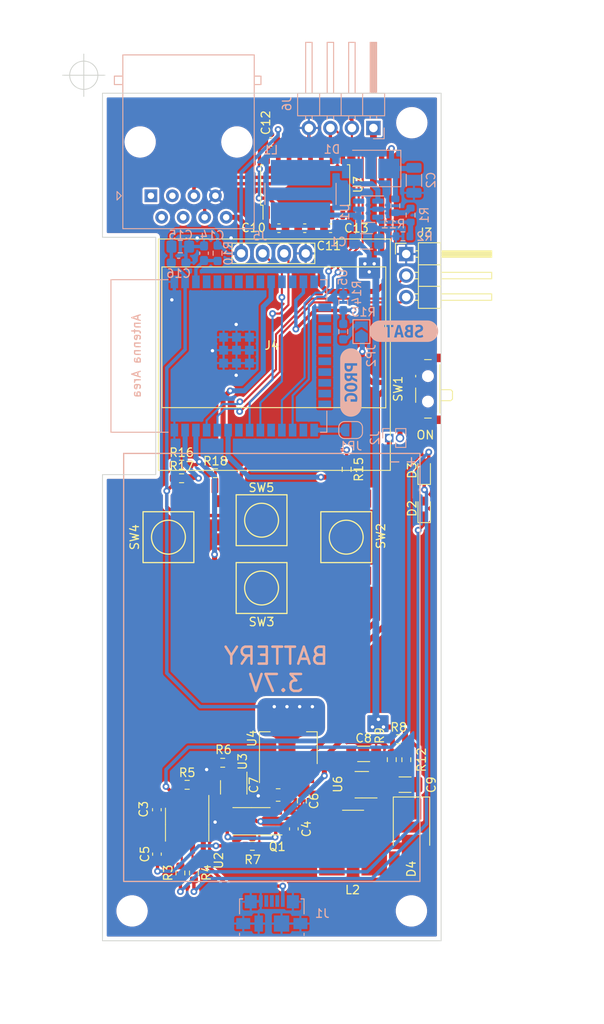
<source format=kicad_pcb>
(kicad_pcb (version 20211014) (generator pcbnew)
  (layers (0 "F.Cu" signal) (31 "B.Cu" signal) (34 "B.Paste" user) (35 "F.Paste" user) (36 "B.SilkS" user "B.Silkscreen") (37 "F.SilkS" user "F.Silkscreen") (38 "B.Mask" user) (39 "F.Mask" user) (44 "Edge.Cuts" user))
  (net 0 "")
  (net 1 "/charger/STEP-UP2/VIN")
  (net 2 "GND")
  (net 3 "Net-(D1-Pad2)")
  (net 4 "Net-(R1-Pad2)")
  (net 5 "/charger/VBUS")
  (net 7 "/ESP32/SCL")
  (net 8 "/ESP32/SDA")
  (net 9 "Net-(C4-Pad1)")
  (net 10 "Net-(U5-Pad13)")
  (net 11 "Net-(U5-Pad33)")
  (net 16 "/batt_status")
  (net 33 "/ESP32/UART_RX_2")
  (net 34 "/ESP32/UART_TX_2")
  (net 37 "Net-(JP1-Pad2)")
  (net 41 "+3V3")
  (net 42 "/charger/BAT+")
  (net 43 "/RS232/RS232_TX")
  (net 44 "/RS232/RS323_RX")
  (net 45 "+12V")
  (net 46 "+5V")
  (net 50 "Net-(C10-Pad1)")
  (net 51 "Net-(C11-Pad1)")
  (net 52 "Net-(C12-Pad2)")
  (net 53 "Net-(C13-Pad2)")
  (net 54 "Net-(C10-Pad2)")
  (net 55 "Net-(C11-Pad2)")
  (net 56 "Net-(D2-Pad1)")
  (net 57 "/ESP32/UART_RX_0")
  (net 58 "/ESP32/UART_TX_0")
  (net 59 "Net-(R4-Pad1)")
  (net 60 "Net-(Q1-Pad1)")
  (net 61 "Net-(Q1-Pad4)")
  (net 67 "/charger/BAT-")
  (net 68 "Net-(D3-Pad1)")
  (net 69 "Net-(D4-Pad2)")
  (net 70 "Net-(Q1-Pad5)")
  (net 71 "Net-(R3-Pad1)")
  (net 72 "Net-(R5-Pad2)")
  (net 73 "Net-(R6-Pad1)")
  (net 74 "Net-(R8-Pad2)")
  (net 75 "Net-(U5-Pad36)")
  (net 76 "/ESP32/RST")
  (net 77 "Net-(R1-Pad1)")
  (net 78 "Net-(R12-Pad1)")
  (net 80 "Net-(U5-Pad37)")
  (net 81 "Net-(U5-Pad10)")
  (footprint "MountingHole:MountingHole_3.2mm_M3_DIN965" (layer "F.Cu") (at 129.49 155.48)
    (fp_text reference "H2" hide)
    (fp_text value "MountingHole")
  )
  (footprint "MSS_Devices:TL3301AF160QG" (layer "F.Cu") (at 144.79 109.38)
    (fp_text reference "SW5")
    (fp_text value "~")
  )
  (footprint "Resistor_SMD:R_0603_1608Metric_Pad0.98x0.95mm_HandSolder" (layer "F.Cu") (at 154.84 103.38 -90)
    (fp_text reference "R15")
    (fp_text value "10k")
  )
  (footprint "Package_TO_SOT_SMD:SOT-23-6" (layer "F.Cu") (at 141.5 140.9 -90)
    (fp_text reference "U3")
    (fp_text value "DW01A")
  )
  (footprint "Capacitor_SMD:C_0603_1608Metric" (layer "F.Cu") (at 145.89 64.73 180)
    (fp_text reference "C12")
    (fp_text value "~")
  )
  (footprint "Resistor_SMD:R_0603_1608Metric" (layer "F.Cu") (at 160.17 137.63 -90)
    (fp_text reference "R9")
    (fp_text value "6.2K")
  )
  (footprint "MSS_Devices:TL3301AF160QG" (layer "F.Cu") (at 144.79 117.38)
    (fp_text reference "SW3")
    (fp_text value "~")
  )
  (footprint "Package_TO_SOT_SMD:SOT-23-6" (layer "F.Cu") (at 156.63 140.59 180)
    (fp_text reference "U6")
    (fp_text value "SDB628")
  )
  (footprint "Capacitor_SMD:C_0603_1608Metric" (layer "F.Cu") (at 152.94 74.93 180)
    (fp_text reference "C13")
    (fp_text value "~")
  )
  (footprint "Capacitor_SMD:C_0603_1608Metric" (layer "F.Cu") (at 148.6 145.8 90)
    (fp_text reference "C4")
    (fp_text value "0.1uF")
  )
  (footprint "MSS_Devices:L_Bourns-SDE0805A_7x7.8mm" (layer "F.Cu") (at 155.6 147.8)
    (fp_text reference "L2")
    (fp_text value "22uH")
  )
  (footprint "Resistor_SMD:R_0603_1608Metric_Pad0.98x0.95mm_HandSolder" (layer "F.Cu") (at 135.34 102.83)
    (fp_text reference "R16")
    (fp_text value "10k")
  )
  (footprint "Package_SO:TSSOP-8_4.4x3mm_P0.65mm" (layer "F.Cu") (at 143.6 144.9 180)
    (fp_text reference "Q1")
    (fp_text value "FS8205A")
  )
  (footprint "Resistor_SMD:R_0603_1608Metric" (layer "F.Cu") (at 161.89 137.64 -90)
    (fp_text reference "R12")
    (fp_text value "2.2k")
  )
  (footprint "MountingHole:MountingHole_3.2mm_M3_DIN965" (layer "F.Cu") (at 162.54 62.48)
    (fp_text reference "H1" hide)
    (fp_text value "MountingHole")
  )
  (footprint "Resistor_SMD:R_0603_1608Metric_Pad0.98x0.95mm_HandSolder" (layer "F.Cu") (at 149.55 142.5 -90)
    (fp_text reference "C6")
    (fp_text value "0.1uF")
  )
  (footprint "MSS_Devices:128x64OLED" (layer "F.Cu") (at 146 88.5)
    (fp_text reference "J4")
    (fp_text value "SSD1306")
  )
  (footprint "LED_SMD:LED_0603_1608Metric_Pad1.05x0.95mm_HandSolder" (layer "F.Cu") (at 164 108 90)
    (fp_text reference "D2")
    (fp_text value "B")
  )
  (footprint "MSS_Devices:TL3301AF160QG" (layer "F.Cu") (at 154.79 111.38 -90)
    (fp_text reference "SW2")
    (fp_text value "~")
  )
  (footprint "Resistor_SMD:R_0805_2012Metric_Pad1.20x1.40mm_HandSolder" (layer "F.Cu") (at 146.75 141.8 180)
    (fp_text reference "C7")
    (fp_text value "10uF")
  )
  (footprint "Capacitor_SMD:C_0603_1608Metric" (layer "F.Cu") (at 132.42 143.54 -90)
    (fp_text reference "C3")
    (fp_text value "0.1uF")
  )
  (footprint "Diode_SMD:D_SMB" (layer "F.Cu") (at 162.5 145.59 -90)
    (fp_text reference "D4")
    (fp_text value "SS34")
  )
  (footprint "Capacitor_SMD:C_1206_3216Metric" (layer "F.Cu") (at 161.74 140.58 180)
    (fp_text reference "C9")
    (fp_text value "22uF")
  )
  (footprint "Button_Switch_SMD:SW_SPDT_PCM12" (layer "F.Cu") (at 164.115 93.88 90)
    (fp_text reference "SW1")
    (fp_text value "on/off")
  )
  (footprint "Package_SO:SOIC-16_4.55x10.3mm_P1.27mm" (layer "F.Cu") (at 149.94 69.83 90)
    (fp_text reference "U7")
    (fp_text value "MAX3232")
  )
  (footprint "Capacitor_SMD:C_0603_1608Metric" (layer "F.Cu") (at 132.43 148.78 90)
    (fp_text reference "C5")
    (fp_text value "10uF")
  )
  (footprint "Resistor_SMD:R_0603_1608Metric" (layer "F.Cu") (at 143.7 147.8 180)
    (fp_text reference "R7")
    (fp_text value "100")
  )
  (footprint "Resistor_SMD:R_0603_1608Metric" (layer "F.Cu") (at 135.2 151 -90)
    (fp_text reference "R3")
    (fp_text value "1k")
  )
  (footprint "Resistor_SMD:R_0603_1608Metric" (layer "F.Cu") (at 160.96 135.22 180)
    (fp_text reference "R8")
    (fp_text value "10K")
  )
  (footprint "Package_TO_SOT_SMD:SOT-223-3_TabPin2" (layer "F.Cu") (at 147.95 136.25 90)
    (fp_text reference "U4")
    (fp_text value "AP1117-33")
  )
  (footprint "Connector_PinHeader_2.54mm:PinHeader_1x03_P2.54mm_Horizontal" (layer "F.Cu") (at 161.875 77.975)
    (fp_text reference "J3")
    (fp_text value "Conn_01x03")
  )
  (footprint "Resistor_SMD:R_0603_1608Metric_Pad0.98x0.95mm_HandSolder" (layer "F.Cu") (at 135.34 104.43)
    (fp_text reference "R17")
    (fp_text value "10k")
  )
  (footprint "Resistor_SMD:R_0603_1608Metric" (layer "F.Cu") (at 140.2 138 180)
    (fp_text reference "R6")
    (fp_text value "1k")
  )
  (footprint "MountingHole:MountingHole_3.2mm_M3" (layer "F.Cu") (at 162.49 155.48)
    (fp_text reference "H3" hide)
    (fp_text value "MountingHole")
  )
  (footprint "Capacitor_SMD:C_0603_1608Metric" (layer "F.Cu") (at 146.84 74.93)
    (fp_text reference "C10")
    (fp_text value "C")
  )
  (footprint "Resistor_SMD:R_0603_1608Metric" (layer "F.Cu") (at 136.8 151 -90)
    (fp_text reference "R4")
    (fp_text value "1k")
  )
  (footprint "Resistor_SMD:R_0603_1608Metric_Pad0.98x0.95mm_HandSolder" (layer "F.Cu") (at 136 140.6)
    (fp_text reference "R5")
    (fp_text value "1.2k")
  )
  (footprint "MSS_Devices:TL3301AF160QG" (layer "F.Cu") (at 133.79 111.38 -90)
    (fp_text reference "SW4")
    (fp_text value "SW_Push")
  )
  (footprint "LED_SMD:LED_0603_1608Metric_Pad1.05x0.95mm_HandSolder" (layer "F.Cu") (at 164 103.5 90)
    (fp_text reference "D3")
    (fp_text value "R")
  )
  (footprint "Package_SO:SOP-8_3.9x4.9mm_P1.27mm" (layer "F.Cu") (at 136 145.3 -90)
    (fp_text reference "U2")
    (fp_text value "TP4056")
  )
  (footprint "Capacitor_SMD:C_1206_3216Metric" (layer "F.Cu") (at 156.85 136.95)
    (fp_text reference "C8")
    (fp_text value "22uF")
  )
  (footprint "Resistor_SMD:R_0603_1608Metric_Pad0.98x0.95mm_HandSolder" (layer "F.Cu") (at 139.34 103.83)
    (fp_text reference "R18")
    (fp_text value "10k")
  )
  (footprint "Capacitor_SMD:C_0603_1608Metric" (layer "F.Cu") (at 149.89 74.93)
    (fp_text reference "C11")
    (fp_text value "~")
  )
  (footprint "Capacitor_SMD:C_1206_3216Metric" (layer "B.Cu") (at 162.79 69.28 -90)
    (fp_text reference "C2")
    (fp_text value "22uF")
  )
  (footprint "Package_TO_SOT_SMD:SOT-23-6" (layer "B.Cu") (at 157.39 72.68 180)
    (fp_text reference "U1")
    (fp_text value "SDB628")
  )
  (footprint "Jumper:SolderJumper-2_P1.3mm_Open_TrianglePad1.0x1.5mm" (layer "B.Cu") (at 156.59 87.13 90)
    (fp_text reference "JP2")
    (fp_text value "Jumper_2_Open")
  )
  (footprint "kibuzzard-627F1822" (layer "B.Cu") (at 155.34 93.13 -90)
    (fp_text reference "kibuzzard-627F1822" hide)
    (fp_text value "G***" hide)
  )
  (footprint "Capacitor_SMD:C_0805_2012Metric_Pad1.18x1.45mm_HandSolder" (layer "B.Cu") (at 135.19 77.09)
    (fp_text reference "C15")
    (fp_text value "22uF")
  )
  (footprint "Capacitor_SMD:C_1206_3216Metric" (layer "B.Cu") (at 157.19 76.48)
    (fp_text reference "C1")
    (fp_text value "22uF")
  )
  (footprint "Connector_PinHeader_1.27mm:PinHeader_1x02_P1.27mm_Vertical" (layer "B.Cu") (at 159.87 99.68 -90)
    (fp_text reference "J2")
    (fp_text value "Conn_01x02")
  )
  (footprint "Resistor_SMD:R_0603_1608Metric_Pad0.98x0.95mm_HandSolder" (layer "B.Cu") (at 154.44 87.13 90)
    (fp_text reference "R13")
    (fp_text value "10k")
  )
  (footprint "Resistor_SMD:R_0603_1608Metric" (layer "B.Cu") (at 160.59 72.28 -90)
    (fp_text reference "R11")
    (fp_text value "20K")
  )
  (footprint "Connector_USB:USB_Micro-B_Molex_47346-0001" (layer "B.Cu") (at 146 155.77 180)
    (fp_text reference "J1")
    (fp_text value "USB_B_Micro")
  )
  (footprint "Resistor_SMD:R_0603_1608Metric_Pad0.98x0.95mm_HandSolder" (layer "B.Cu") (at 139.59 77.88 -90)
    (fp_text reference "R10")
    (fp_text value "10k")
  )
  (footprint "MSS_Devices:L_Bourns-SDE0805A_7x7.8mm" (layer "B.Cu") (at 149.39 70.88 90)
    (fp_text reference "L1")
    (fp_text value "22uH")
  )
  (footprint "Resistor_SMD:R_0603_1608Metric" (layer "B.Cu") (at 161.49 75.88 180)
    (fp_text reference "R2")
    (fp_text value "2.2k")
  )
  (footprint "Resistor_SMD:R_0603_1608Metric" (layer "B.Cu") (at 162.39 73.38 -90)
    (fp_text reference "R1")
    (fp_text value "22K")
  )
  (footprint "Capacitor_SMD:C_0603_1608Metric_Pad1.08x0.95mm_HandSolder" (layer "B.Cu") (at 137.99 77.88 90)
    (fp_text reference "C14")
    (fp_text value "100nF")
  )
  (footprint "Jumper:SolderJumper-2_P1.3mm_Open_RoundedPad1.0x1.5mm" (layer "B.Cu") (at 155.31 98.74 180)
    (fp_text reference "JP1")
    (fp_text value "Jumper_2_Open")
  )
  (footprint "Espressif:ESP32-WROOM-32E" (layer "B.Cu") (at 141.5 90 -90)
    (fp_text reference "U5")
    (fp_text value "ESP32-WROOM-E")
  )
  (footprint "MSS_Connector:RJ45_GEN_ZQP_Horizontal" (layer "B.Cu") (at 131.7175 71.1)
    (fp_text reference "J5")
    (fp_text value "RJ45")
  )
  (footprint "Capacitor_SMD:C_0603_1608Metric_Pad1.08x0.95mm_HandSolder" (layer "B.Cu") (at 134.99 78.98)
    (fp_text reference "C16")
    (fp_text value "100nF")
  )
  (footprint "kibuzzard-629C15DA" (layer "B.Cu") (at 161.59 87.08 180)
    (fp_text reference "kibuzzard-629C15DA" hide)
    (fp_text value "G***" hide)
  )
  (footprint "Connector_PinHeader_2.54mm:PinHeader_1x04_P2.54mm_Horizontal" (layer "B.Cu") (at 158 63.1 90)
    (fp_text reference "J6")
    (fp_text value "Conn_01x04")
  )
  (footprint "Diode_SMD:D_SMB" (layer "B.Cu") (at 157.69 67.88 180)
    (fp_text reference "D1")
    (fp_text value "SS34")
  )
  (footprint "Resistor_SMD:R_0603_1608Metric_Pad0.98x0.95mm_HandSolder" (layer "B.Cu") (at 154.44 83.68 90)
    (fp_text reference "R14")
    (fp_text value "10k")
  )
  (gr_line (start 161 102.5) (end 160 102.5) (layer "B.SilkS") (width 0.15))
  (gr_rect locked (start 128.5 101.5) (end 163.5 152) (layer "B.SilkS") (width 0.15) (fill none))
  (gr_line (start 162 102.5) (end 163 102.5) (layer "B.SilkS") (width 0.15))
  (gr_line (start 162.5 102) (end 162.5 103) (layer "B.SilkS") (width 0.15))
  (gr_line (start 166 59) (end 166 159) (layer "Edge.Cuts") (width 0.1))
  (gr_line (start 132.29 104) (end 132.29 76) (layer "Edge.Cuts") (width 0.1))
  (gr_line (start 126 104) (end 132.29 104) (layer "Edge.Cuts") (width 0.1))
  (gr_line (start 126 59) (end 166 59) (layer "Edge.Cuts") (width 0.1))
  (gr_line (start 126 76) (end 126 59) (layer "Edge.Cuts") (width 0.1))
  (gr_line (start 166 159) (end 126 159) (layer "Edge.Cuts") (width 0.1))
  (gr_line (start 132.29 76) (end 126 76) (layer "Edge.Cuts") (width 0.1))
  (gr_line (start 126 159) (end 126 104) (layer "Edge.Cuts") (width 0.1))
  (gr_text "BATTERY\n3.7V" (at 146.5 127) (layer "B.SilkS") (effects (font (size 2 2) (thickness 0.3)) (justify mirror)))
  (gr_text "ON" (at 164.14 99.33) (layer "F.SilkS") (effects (font (size 1 1))))
  (target plus (at 123.79 56.88) (size 5) (width 0.1) (layer "Edge.Cuts"))
  (segment (start 150.25 140.8875) (end 150.25 139.4) (width 0.4) (layer "F.Cu") (net 1))
  (segment (start 157.29 92.53) (end 156.69 91.93) (width 0.6) (layer "F.Cu") (net 1))
  (segment (start 155.4925 140.59) (end 155.4925 139.64) (width 0.6) (layer "F.Cu") (net 1))
  (segment (start 154.39 133.18) (end 154.39 125.18) (width 0.6) (layer "F.Cu") (net 1))
  (segment (start 142.875 147.8) (end 142.875 148.765) (width 0.6) (layer "F.Cu") (net 1))
  (segment (start 154.18 140.59) (end 155.4925 140.59) (width 0.6) (layer "F.Cu") (net 1))
  (segment (start 156.69 91.93) (end 156.69 89.48) (width 0.6) (layer "F.Cu") (net 1))
  (segment (start 154.39 125.18) (end 158.49 121.08) (width 0.6) (layer "F.Cu") (net 1))
  (segment (start 153.1 147.8) (end 153.1 141.67) (width 0.6) (layer "F.Cu") (net 1))
  (segment (start 157.89 93.13) (end 157.29 92.53) (width 0.6) (layer "F.Cu") (net 1))
  (segment (start 132.5 149.625) (end 132.43 149.555) (width 0.4) (layer "F.Cu") (net 1))
  (segment (start 132.5 150.8) (end 132.5 149.625) (width 0.4) (layer "F.Cu") (net 1))
  (segment (start 142.875 148.765) (end 143.24 149.13) (width 0.6) (layer "F.Cu") (net 1))
  (segment (start 139.4 147.8) (end 142.875 147.8) (width 0.4) (layer "F.Cu") (net 1))
  (segment (start 133.245 149.555) (end 132.43 149.555) (width 0.4) (layer "F.Cu") (net 1))
  (segment (start 151.1675 141.5875) (end 149.55 141.5875) (width 0.6) (layer "F.Cu") (net 1))
  (segment (start 158.49 94.78) (end 160.14 93.13) (width 0.6) (layer "F.Cu") (net 1))
  (segment (start 153.1 147.8) (end 153.1 143.52) (width 0.6) (layer "F.Cu") (net 1))
  (segment (start 160.14 93.13) (end 162.685 93.13) (width 0.6) (layer "F.Cu") (net 1))
  (segment (start 151.77 149.13) (end 153.1 147.8) (width 0.6) (layer "F.Cu") (net 1))
  (segment (start 143.24 149.13) (end 151.77 149.13) (width 0.6) (layer "F.Cu") (net 1))
  (segment (start 162.685 93.13) (end 157.89 93.13) (width 0.6) (layer "F.Cu") (net 1))
  (segment (start 134.095 148.705) (end 133.245 149.555) (width 0.4) (layer "F.Cu") (net 1))
  (segment (start 155.4925 139.64) (end 155.4925 137.0675) (width 0.6) (layer "F.Cu") (net 1))
  (segment (start 150.25 139.4) (end 150.25 137.32) (width 0.6) (layer "F.Cu") (net 1))
  (segment (start 149.55 141.5875) (end 150.25 140.8875) (width 0.4) (layer "F.Cu") (net 1))
  (segment (start 155.4925 137.0675) (end 155.375 136.95) (width 0.6) (layer "F.Cu") (net 1))
  (segment (start 158.49 121.08) (end 158.49 94.78) (width 0.6) (layer "F.Cu") (net 1))
  (segment (start 134.095 147.925) (end 134.095 148.705) (width 0.4) (layer "F.Cu") (net 1))
  (segment (start 150.25 137.32) (end 154.39 133.18) (width 0.6) (layer "F.Cu") (net 1))
  (segment (start 153.1 141.67) (end 153.93 140.84) (width 0.6) (layer "F.Cu") (net 1))
  (segment (start 153.93 140.84) (end 154.18 140.59) (width 0.6) (layer "F.Cu") (net 1))
  (segment (start 153.1 143.52) (end 151.1675 141.5875) (width 0.6) (layer "F.Cu") (net 1))
  (via (at 156.69 89.48) (size 0.8) (drill 0.4) (layers "F.Cu" "B.Cu") (net 1))
  (via (at 139.4 147.8) (size 0.8) (drill 0.4) (layers "F.Cu" "B.Cu") (net 1))
  (via (at 132.5 150.8) (size 0.8) (drill 0.4) (layers "F.Cu" "B.Cu") (net 1))
  (segment (start 134.37 150.8) (end 137.37 147.8) (width 0.4) (layer "B.Cu") (net 1))
  (segment (start 137.37 147.8) (end 139.4 147.8) (width 0.4) (layer "B.Cu") (net 1))
  (segment (start 132.5 150.8) (end 134.37 150.8) (width 0.4) (layer "B.Cu") (net 1))
  (segment (start 156.69 87.955) (end 156.59 87.855) (width 0.6) (layer "B.Cu") (net 1))
  (segment (start 156.69 89.48) (end 156.69 87.955) (width 0.6) (layer "B.Cu") (net 1))
  (segment (start 145.75 141.8) (end 144.5 141.8) (width 0.25) (layer "F.Cu") (net 2))
  (segment (start 138.9 143.67) (end 138.9 144.6) (width 0.25) (layer "F.Cu") (net 2))
  (segment (start 139.3 145) (end 139.525 145.225) (width 0.25) (layer "F.Cu") (net 2))
  (segment (start 149.48798 143.35048) (end 148.15048 143.35048) (width 0.25) (layer "F.Cu") (net 2))
  (segment (start 135.365 142.675) (end 135.365 140.8775) (width 0.25) (layer "F.Cu") (net 2))
  (segment (start 147.75 142.95) (end 146.4 142.95) (width 0.25) (layer "F.Cu") (net 2))
  (segment (start 139.3 144.7) (end 139.3 145) (width 0.25) (layer "F.Cu") (net 2))
  (segment (start 145.75 142.3) (end 145.75 141.8) (width 0.25) (layer "F.Cu") (net 2))
  (segment (start 150.38 64.34) (end 150.38 63.1) (width 0.4) (layer "F.Cu") (net 2))
  (segment (start 148.15048 143.35048) (end 147.75 142.95) (width 0.25) (layer "F.Cu") (net 2))
  (segment (start 145.65 141.7) (end 145.75 141.8) (width 0.25) (layer "F.Cu") (net 2))
  (segment (start 139.1 138) (end 138.3 138.8) (width 0.25) (layer "F.Cu") (net 2))
  (segment (start 146.765 66.58) (end 146.765 66.055) (width 0.4) (layer "F.Cu") (net 2))
  (segment (start 137.905 139.195) (end 137.905 142.675) (width 0.25) (layer "F.Cu") (net 2))
  (segment (start 139.375 138) (end 139.1 138) (width 0.25) (layer "F.Cu") (net 2))
  (segment (start 146.765 66.055) (end 147.84 64.98) (width 0.4) (layer "F.Cu") (net 2))
  (segment (start 149.55 143.4125) (end 149.48798 143.35048) (width 0.25) (layer "F.Cu") (net 2))
  (segment (start 138.3 138.8) (end 137.905 139.195) (width 0.25) (layer "F.Cu") (net 2))
  (segment (start 138.9 144.6) (end 139.3 145) (width 0.25) (layer "F.Cu") (net 2))
  (segment (start 146.4 142.95) (end 145.75 142.3) (width 0.25) (layer "F.Cu") (net 2))
  (segment (start 137.905 142.675) (end 138.9 143.67) (width 0.25) (layer "F.Cu") (net 2))
  (segment (start 145.65 139.4) (end 145.65 141.7) (width 0.25) (layer "F.Cu") (net 2))
  (segment (start 144.5 141.8) (end 144.4 141.9) (width 0.25) (layer "F.Cu") (net 2))
  (segment (start 135.365 140.8775) (end 135.0875 140.6) (width 0.25) (layer "F.Cu") (net 2))
  (segment (start 140.7375 144.575) (end 139.425 144.575) (width 0.25) (layer "F.Cu") (net 2))
  (segment (start 139.425 144.575) (end 139.3 144.7) (width 0.25) (layer "F.Cu") (net 2))
  (segment (start 139.525 145.225) (end 140.7375 145.225) (width 0.25) (layer "F.Cu") (net 2))
  (segment (start 147.84 64.98) (end 149.74 64.98) (width 0.4) (layer "F.Cu") (net 2))
  (segment (start 149.74 64.98) (end 150.38 64.34) (width 0.4) (layer "F.Cu") (net 2))
  (via (at 144.4 141.9) (size 0.8) (drill 0.4) (layers "F.Cu" "B.Cu") (net 2))
  (via (at 141.79 86.28) (size 0.8) (drill 0.4) (layers "F.Cu" "B.Cu") (net 2))
  (via (at 139.3 145) (size 0.8) (drill 0.4) (layers "F.Cu" "B.Cu") (net 2))
  (via (at 141.79 92.28) (size 0.8) (drill 0.4) (layers "F.Cu" "B.Cu") (net 2))
  (via (at 137.19 76.08) (size 0.8) (drill 0.4) (layers "F.Cu" "B.Cu") (net 2))
  (via (at 141.19 76.08) (size 0.8) (drill 0.4) (layers "F.Cu" "B.Cu") (net 2))
  (via (at 138.99 89.38) (size 0.8) (drill 0.4) (layers "F.Cu" "B.Cu") (net 2))
  (via (at 134.19 83.38) (size 0.8) (drill 0.4) (layers "F.Cu" "B.Cu") (net 2))
  (via (at 138.3 138.8) (size 0.8) (drill 0.4) (layers "F.Cu" "B.Cu") (net 2))
  (segment (start 141.83 87.795) (end 143.355 87.795) (width 0.25) (layer "B.Cu") (net 2))
  (segment (start 136.2275 77.09) (end 137.9175 77.09) (width 0.4) (layer "B.Cu") (net 2))
  (segment (start 143.355 87.795) (end 143.355 89.32) (width 0.25) (layer "B.Cu") (net 2))
  (segment (start 134.49 81.25) (end 134.49 83.08) (width 0.4) (layer "B.Cu") (net 2))
  (segment (start 143.355 89.32) (end 143.355 90.845) (width 0.25) (layer "B.Cu") (net 2))
  (segment (start 142.625 156.97) (end 144.45 156.97) (width 0.25) (layer "B.Cu") (net 2))
  (segment (start 134.49 83.08) (end 134.19 83.38) (width 0.4) (layer "B.Cu") (net 2))
  (segment (start 137.9175 77.09) (end 137.99 77.0175) (width 0.4) (layer "B.Cu") (net 2))
  (segment (start 147.15 156.97) (end 144.45 156.97) (width 0.25) (layer "B.Cu") (net 2))
  (segment (start 135.8525 78.98) (end 135.8525 77.465) (width 0.4) (layer "B.Cu") (net 2))
  (segment (start 143.355 90.845) (end 141.83 90.845) (width 0.25) (layer "B.Cu") (net 2))
  (segment (start 141.83 90.845) (end 140.305 90.845) (width 0.25) (layer "B.Cu") (net 2))
  (segment (start 141.83 89.32) (end 141.83 87.795) (width 0.25) (layer "B.Cu") (net 2))
  (segment (start 140.305 90.845) (end 140.305 89.32) (width 0.25) (layer "B.Cu") (net 2))
  (segment (start 147.15 156.97) (end 149.375 156.97) (width 0.25) (layer "B.Cu") (net 2))
  (segment (start 135.8525 77.465) (end 136.2275 77.09) (width 0.4) (layer "B.Cu") (net 2))
  (segment (start 140.305 89.32) (end 141.83 89.32) (width 0.25) (layer "B.Cu") (net 2))
  (segment (start 140.305 87.795) (end 140.305 89.32) (width 0.25) (layer "B.Cu") (net 2))
  (segment (start 155.54 67.88) (end 149.89 67.88) (width 0.6) (layer "B.Cu") (net 3))
  (segment (start 158.5275 70.4175) (end 157.79 69.68) (width 0.6) (layer "B.Cu") (net 3))
  (segment (start 149.89 67.88) (end 149.39 68.38) (width 0.6) (layer "B.Cu") (net 3))
  (segment (start 157.79 69.68) (end 155.79 69.68) (width 0.6) (layer "B.Cu") (net 3))
  (segment (start 155.79 69.68) (end 155.54 69.43) (width 0.6) (layer "B.Cu") (net 3))
  (segment (start 158.5275 71.73) (end 158.5275 70.4175) (width 0.6) (layer "B.Cu") (net 3))
  (segment (start 155.54 69.43) (end 155.54 67.88) (width 0.6) (layer "B.Cu") (net 3))
  (segment (start 158.715 74.205) (end 162.39 74.205) (width 0.4) (layer "B.Cu") (net 4))
  (segment (start 158.5275 73.63) (end 158.5275 74.0175) (width 0.4) (layer "B.Cu") (net 4))
  (segment (start 162.39 74.205) (end 162.39 75.805) (width 0.6) (layer "B.Cu") (net 4))
  (segment (start 162.39 75.805) (end 162.315 75.88) (width 0.6) (layer "B.Cu") (net 4))
  (segment (start 158.5275 74.0175) (end 158.715 74.205) (width 0.4) (layer "B.Cu") (net 4))
  (segment (start 134.095 142.675) (end 132.51 142.675) (width 0.4) (layer "F.Cu") (net 5))
  (segment (start 134.095 144.295) (end 135.1 145.3) (width 0.4) (layer "F.Cu") (net 5))
  (segment (start 134.095 141.395) (end 133.5 140.8) (width 0.4) (layer "F.Cu") (net 5))
  (segment (start 164.54 102.085) (end 164.54 101.34) (width 0.4) (layer "F.Cu") (net 5))
  (segment (start 163.505 107.125) (end 163.079511 106.699511) (width 0.4) (layer "F.Cu") (net 5))
  (segment (start 164 102.625) (end 164.54 102.085) (width 0.4) (layer "F.Cu") (net 5))
  (segment (start 164 107.125) (end 163.505 107.125) (width 0.4) (layer "F.Cu") (net 5))
  (segment (start 140.85 152.55) (end 147.29 152.55) (width 0.4) (layer "F.Cu") (net 5))
  (segment (start 134.095 142.675) (end 134.095 144.295) (width 0.4) (layer "F.Cu") (net 5))
  (segment (start 132.51 142.675) (end 132.42 142.765) (width 0.4) (layer "F.Cu") (net 5))
  (segment (start 134.095 142.675) (end 134.095 141.395) (width 0.4) (layer "F.Cu") (net 5))
  (segment (start 137.905 147.925) (end 137.905 149.605) (width 0.4) (layer "F.Cu") (net 5))
  (segment (start 137.905 147.925) (end 137.905 146.405) (width 0.4) (layer "F.Cu") (net 5))
  (segment (start 163.485 102.625) (end 164 102.625) (width 0.4) (layer "F.Cu") (net 5))
  (segment (start 163.079511 103.030489) (end 163.485 102.625) (width 0.4) (layer "F.Cu") (net 5))
  (segment (start 163.079511 106.699511) (end 163.079511 103.030489) (width 0.4) (layer "F.Cu") (net 5))
  (segment (start 136.8 145.3) (end 135.1 145.3) (width 0.4) (layer "F.Cu") (net 5))
  (segment (start 137.905 149.605) (end 140.85 152.55) (width 0.4) (layer "F.Cu") (net 5))
  (segment (start 137.905 146.405) (end 136.8 145.3) (width 0.4) (layer "F.Cu") (net 5))
  (via (at 147.29 152.55) (size 0.8) (drill 0.4) (layers "F.Cu" "B.Cu") (net 5))
  (via (at 133.5 140.8) (size 0.8) (drill 0.4) (layers "F.Cu" "B.Cu") (net 5))
  (via (at 164.54 101.34) (size 0.8) (drill 0.4) (layers "F.Cu" "B.Cu") (net 5))
  (segment (start 133.5 140.8) (end 133.5 138.8) (width 0.4) (layer "B.Cu") (net 5))
  (segment (start 147.3 154.31) (end 147.3 152.56) (width 0.4) (layer "B.Cu") (net 5))
  (segment (start 136.14 136.16) (end 160.14 136.16) (width 0.4) (layer "B.Cu") (net 5))
  (segment (start 147.3 152.56) (end 147.29 152.55) (width 0.4) (layer "B.Cu") (net 5))
  (segment (start 133.5 138.8) (end 136.14 136.16) (width 0.4) (layer "B.Cu") (net 5))
  (segment (start 162.19 134.11) (end 162.19 103.69) (width 0.4) (layer "B.Cu") (net 5))
  (segment (start 162.19 103.69) (end 164.54 101.34) (width 0.4) (layer "B.Cu") (net 5))
  (segment (start 160.14 136.16) (end 162.19 134.11) (width 0.4) (layer "B.Cu") (net 5))
  (segment (start 146.94 85) (end 146.0895 85) (width 0.25) (layer "F.Cu") (net 7))
  (segment (start 147.46 77.9) (end 147.964501 78.404501) (width 0.25) (layer "F.Cu") (net 7))
  (segment (start 147.964501 78.404501) (end 147.964501 83.975499) (width 0.25) (layer "F.Cu") (net 7))
  (segment (start 147.964501 83.975499) (end 146.94 85) (width 0.25) (layer "F.Cu") (net 7))
  (via (at 146.0895 85) (size 0.8) (drill 0.4) (layers "F.Cu" "B.Cu") (net 7))
  (segment (start 146.0895 92.782451) (end 146.0895 85) (width 0.25) (layer "B.Cu") (net 7))
  (segment (start 143.38 95.491951) (end 146.0895 92.782451) (width 0.25) (layer "B.Cu") (net 7))
  (segment (start 143.38 98.75) (end 143.38 95.491951) (width 0.25) (layer "B.Cu") (net 7))
  (segment (start 147.19 80.17) (end 147.19 83.08) (width 0.25) (layer "F.Cu") (net 8))
  (segment (start 144.92 77.9) (end 147.19 80.17) (width 0.25) (layer "F.Cu") (net 8))
  (via (at 147.19 83.08) (size 0.8) (drill 0.4) (layers "F.Cu" "B.Cu") (net 8))
  (segment (start 144.65 98.75) (end 144.65 95.525159) (width 0.25) (layer "B.Cu") (net 8))
  (segment (start 144.65 95.525159) (end 147.19 92.985159) (width 0.25) (layer "B.Cu") (net 8))
  (segment (start 147.19 92.985159) (end 147.19 83.08) (width 0.25) (layer "B.Cu") (net 8))
  (segment (start 144.525 147.8) (end 147.97 147.8) (width 0.6) (layer "F.Cu") (net 9))
  (segment (start 148.6 147.17) (end 148.6 146.575) (width 0.6) (layer "F.Cu") (net 9))
  (segment (start 144.525 146.225) (end 141.5 143.2) (width 0.25) (layer "F.Cu") (net 9))
  (segment (start 144.525 147.8) (end 144.525 146.225) (width 0.25) (layer "F.Cu") (net 9))
  (segment (start 144.525 147.8) (end 146.3 147.8) (width 0.25) (layer "F.Cu") (net 9))
  (segment (start 146.1 147.8) (end 146.3 147.8) (width 0.25) (layer "F.Cu") (net 9))
  (segment (start 141.5 143.2) (end 141.5 142.0375) (width 0.25) (layer "F.Cu") (net 9))
  (segment (start 147.97 147.8) (end 148.6 147.17) (width 0.6) (layer "F.Cu") (net 9))
  (segment (start 151.04 84.63) (end 148.84 86.83) (width 0.4) (layer "F.Cu") (net 10))
  (segment (start 155.59 84.63) (end 151.04 84.63) (width 0.4) (layer "F.Cu") (net 10))
  (via (at 155.59 84.63) (size 0.8) (drill 0.4) (layers "F.Cu" "B.Cu") (net 10))
  (via (at 148.84 86.83) (size 0.8) (drill 0.4) (layers "F.Cu" "B.Cu") (net 10))
  (segment (start 149.73 82.54) (end 148.84 83.43) (width 0.4) (layer "B.Cu") (net 10))
  (segment (start 155.5525 84.5925) (end 155.59 84.63) (width 0.4) (layer "B.Cu") (net 10))
  (segment (start 149.73 81.25) (end 149.73 82.54) (width 0.4) (layer "B.Cu") (net 10))
  (segment (start 154.44 84.5925) (end 155.5525 84.5925) (width 0.4) (layer "B.Cu") (net 10))
  (segment (start 154.44 84.5925) (end 154.44 86.2175) (width 0.4) (layer "B.Cu") (net 10))
  (segment (start 148.84 83.43) (end 148.84 86.83) (width 0.4) (layer "B.Cu") (net 10))
  (segment (start 151.8 104.3) (end 155.71 104.3) (width 0.6) (layer "F.Cu") (net 11))
  (segment (start 155.71 104.3) (end 157.04 105.63) (width 0.6) (layer "F.Cu") (net 11))
  (segment (start 157.04 105.63) (end 157.04 106.83) (width 0.6) (layer "F.Cu") (net 11))
  (via (at 151.8 104.3) (size 0.8) (drill 0.4) (layers "F.Cu" "B.Cu") (net 11))
  (segment (start 140.84 101.84) (end 140.84 98.75) (width 0.6) (layer "B.Cu") (net 11))
  (segment (start 151.8 104.3) (end 143.3 104.3) (width 0.6) (layer "B.Cu") (net 11))
  (segment (start 143.3 104.3) (end 140.84 101.84) (width 0.6) (layer "B.Cu") (net 11))
  (segment (start 155.29 86.88) (end 155.765 86.405) (width 0.4) (layer "B.Cu") (net 16))
  (segment (start 155.29 87.53) (end 155.29 86.88) (width 0.4) (layer "B.Cu") (net 16))
  (segment (start 154.7775 88.0425) (end 155.29 87.53) (width 0.4) (layer "B.Cu") (net 16))
  (segment (start 154.44 88.0425) (end 154.7775 88.0425) (width 0.4) (layer "B.Cu") (net 16))
  (segment (start 155.765 86.405) (end 156.59 86.405) (width 0.4) (layer "B.Cu") (net 16))
  (segment (start 156.73 76.7) (end 156.73 65.82) (width 0.25) (layer "F.Cu") (net 33))
  (segment (start 155.46 62.15) (end 155.46 63.1) (width 0.4) (layer "F.Cu") (net 33))
  (segment (start 151.64 64.48) (end 151.64 62.03) (width 0.4) (layer "F.Cu") (net 33))
  (segment (start 150.575 65.545) (end 151.64 64.48) (width 0.4) (layer "F.Cu") (net 33))
  (segment (start 155.46 64.55) (end 155.46 63.1) (width 0.25) (layer "F.Cu") (net 33))
  (segment (start 154.84 61.53) (end 155.46 62.15) (width 0.4) (layer "F.Cu") (net 33))
  (segment (start 156.73 65.82) (end 155.46 64.55) (width 0.25) (layer "F.Cu") (net 33))
  (segment (start 151.64 62.03) (end 152.14 61.53) (width 0.4) (layer "F.Cu") (net 33))
  (segment (start 153.81 80.13) (end 153.81 79.62) (width 0.25) (layer "F.Cu") (net 33))
  (segment (start 153.81 79.62) (end 156.73 76.7) (width 0.25) (layer "F.Cu") (net 33))
  (segment (start 152.14 61.53) (end 154.84 61.53) (width 0.4) (layer "F.Cu") (net 33))
  (segment (start 150.575 66.58) (end 150.575 65.545) (width 0.4) (layer "F.Cu") (net 33))
  (via (at 153.81 80.13) (size 0.8) (drill 0.4) (layers "F.Cu" "B.Cu") (net 33))
  (segment (start 150.369511 92.756904) (end 150.369511 84.016905) (width 0.25) (layer "B.Cu") (net 33))
  (segment (start 153.215 80.725) (end 153.81 80.13) (width 0.25) (layer "B.Cu") (net 33))
  (segment (start 148.46 94.666415) (end 150.369511 92.756904) (width 0.25) (layer "B.Cu") (net 33))
  (segment (start 152.165 83.03) (end 153.215 81.979999) (width 0.25) (layer "B.Cu") (net 33))
  (segment (start 150.369511 84.016905) (end 151.356416 83.03) (width 0.25) (layer "B.Cu") (net 33))
  (segment (start 151.356416 83.03) (end 152.165 83.03) (width 0.25) (layer "B.Cu") (net 33))
  (segment (start 148.46 98.75) (end 148.46 94.666415) (width 0.25) (layer "B.Cu") (net 33))
  (segment (start 153.215 81.979999) (end 153.215 80.725) (width 0.25) (layer "B.Cu") (net 33))
  (segment (start 156.26 76.46) (end 156.26 66.08) (width 0.25) (layer "F.Cu") (net 34))
  (segment (start 156.26 66.08) (end 153.28 63.1) (width 0.25) (layer "F.Cu") (net 34))
  (segment (start 151.845 65.525) (end 152.92 64.45) (width 0.4) (layer "F.Cu") (net 34))
  (segment (start 152.92 64.45) (end 152.92 63.1) (width 0.4) (layer "F.Cu") (net 34))
  (segment (start 153.28 63.1) (end 152.92 63.1) (width 0.25) (layer "F.Cu") (net 34))
  (segment (start 151.845 66.58) (end 151.845 65.525) (width 0.4) (layer "F.Cu") (net 34))
  (segment (start 152.71 80.01) (end 156.26 76.46) (width 0.25) (layer "F.Cu") (net 34))
  (via (at 152.71 80.01) (size 0.8) (drill 0.4) (layers "F.Cu" "B.Cu") (net 34))
  (segment (start 152.715489 81.773095) (end 152.715489 80.015489) (width 0.25) (layer "B.Cu") (net 34))
  (segment (start 149.87 83.81) (end 151.149511 82.530489) (width 0.25) (layer "B.Cu") (net 34))
  (segment (start 149.87 92.55) (end 149.87 83.81) (width 0.25) (layer "B.Cu") (net 34))
  (segment (start 151.958095 82.530489) (end 152.715489 81.773095) (width 0.25) (layer "B.Cu") (net 34))
  (segment (start 147.19 98.75) (end 147.19 95.23) (width 0.25) (layer "B.Cu") (net 34))
  (segment (start 147.19 95.23) (end 149.87 92.55) (width 0.25) (layer "B.Cu") (net 34))
  (segment (start 151.149511 82.530489) (end 151.958095 82.530489) (width 0.25) (layer "B.Cu") (net 34))
  (segment (start 152.715489 80.015489) (end 152.71 80.01) (width 0.25) (layer "B.Cu") (net 34))
  (segment (start 151 98.75) (end 154.65 98.75) (width 0.6) (layer "B.Cu") (net 37))
  (segment (start 154.65 98.75) (end 154.66 98.74) (width 0.6) (layer "B.Cu") (net 37))
  (segment (start 154.84 101.08) (end 145.14 101.08) (width 0.4) (layer "F.Cu") (net 41))
  (segment (start 145.14 101.08) (end 142.39 103.83) (width 0.4) (layer "F.Cu") (net 41))
  (segment (start 147.75 139.6) (end 147.95 139.4) (width 0.4) (layer "F.Cu") (net 41))
  (segment (start 142.39 107.93) (end 141.49 108.83) (width 0.4) (layer "F.Cu") (net 41))
  (segment (start 154.84 102.4675) (end 154.84 101.08) (width 0.4) (layer "F.Cu") (net 41))
  (segment (start 137.59 108.83) (end 134.64 108.83) (width 0.4) (layer "F.Cu") (net 41))
  (segment (start 147.95 139.4) (end 147.95 133.1) (width 0.4) (layer "F.Cu") (net 41))
  (segment (start 134.4275 104.43) (end 134.4275 105.0925) (width 0.4) (layer "F.Cu") (net 41))
  (segment (start 134.4275 104.43) (end 134.4275 102.83) (width 0.4) (layer "F.Cu") (net 41))
  (segment (start 133.59 107.78) (end 133.59 105.93) (width 0.4) (layer "F.Cu") (net 41))
  (segment (start 146.665 64.73) (end 146.74 64.655) (width 0.4) (layer "F.Cu") (net 41))
  (segment (start 138.4275 103.83) (end 138.4275 107.9925) (width 0.4) (layer "F.Cu") (net 41))
  (segment (start 147.75 141.8) (end 147.75 139.6) (width 0.4) (layer "F.Cu") (net 41))
  (segment (start 142.39 103.83) (end 142.39 107.93) (width 0.4) (layer "F.Cu") (net 41))
  (segment (start 134.64 108.83) (end 133.59 107.78) (width 0.4) (layer "F.Cu") (net 41))
  (segment (start 145.495 65.9) (end 146.665 64.73) (width 0.4) (layer "F.Cu") (net 41))
  (segment (start 146.74 64.655) (end 146.74 63.28) (width 0.4) (layer "F.Cu") (net 41))
  (segment (start 145.495 66.58) (end 145.495 65.9) (width 0.4) (layer "F.Cu") (net 41))
  (segment (start 141.49 108.83) (end 137.59 108.83) (width 0.4) (layer "F.Cu") (net 41))
  (segment (start 138.4275 107.9925) (end 137.59 108.83) (width 0.4) (layer "F.Cu") (net 41))
  (segment (start 134.4275 105.0925) (end 133.59 105.93) (width 0.4) (layer "F.Cu") (net 41))
  (via (at 149.29 131.38) (size 0.8) (drill 0.4) (layers "F.Cu" "B.Cu") (net 41))
  (via (at 146.29 131.38) (size 0.8) (drill 0.4) (layers "F.Cu" "B.Cu") (net 41))
  (via (at 147.79 131.38) (size 0.8) (drill 0.4) (layers "F.Cu" "B.Cu") (net 41))
  (via (at 154.84 101.08) (size 0.8) (drill 0.4) (layers "F.Cu" "B.Cu") (net 41))
  (via (at 146.74 63.28) (size 0.8) (drill 0.4) (layers "F.Cu" "B.Cu") (net 41))
  (via (at 133.59 105.93) (size 0.8) (drill 0.4) (layers "F.Cu" "B.Cu") (net 41))
  (via (at 150.79 131.38) (size 0.8) (drill 0.4) (layers "F.Cu" "B.Cu") (net 41))
  (segment (start 134.1275 78.98) (end 134.1275 77.115) (width 0.4) (layer "B.Cu") (net 41))
  (segment (start 134.99 79.78) (end 134.49 79.78) (width 0.4) (layer "B.Cu") (net 41))
  (segment (start 140.81 77.9) (end 142.38 77.9) (width 0.4) (layer "B.Cu") (net 41))
  (segment (start 146.74 63.98) (end 146.74 63.28) (width 0.4) (layer "B.Cu") (net 41))
  (segment (start 133.590489 113.630489) (end 133.590489 127.420489) (width 0.4) (layer "B.Cu") (net 41))
  (segment (start 133.590489 91.409511) (end 133.590489 113.630489) (width 0.4) (layer "B.Cu") (net 41))
  (segment (start 135.76 80.55) (end 134.99 79.78) (width 0.4) (layer "B.Cu") (net 41))
  (segment (start 134.49 79.78) (end 134.1275 79.4175) (width 0.4) (layer "B.Cu") (net 41))
  (segment (start 134.1525 75.8175) (end 134.74 75.23) (width 0.4) (layer "B.Cu") (net 41))
  (segment (start 133.590489 127.420489) (end 137.55 131.38) (width 0.4) (layer "B.Cu") (net 41))
  (segment (start 139.8775 76.9675) (end 140.81 77.9) (width 0.4) (layer "B.Cu") (net 41))
  (segment (start 137.55 131.38) (end 146.29 131.38) (width 0.4) (layer "B.Cu") (net 41))
  (segment (start 142.38 68.34) (end 146.74 63.98) (width 0.4) (layer "B.Cu") (net 41))
  (segment (start 142.38 77.9) (end 142.38 68.34) (width 0.4) (layer "B.Cu") (net 41))
  (segment (start 134.1275 77.115) (end 134.1525 77.09) (width 0.4) (layer "B.Cu") (net 41))
  (segment (start 134.1275 79.4175) (end 134.1275 78.98) (width 0.4) (layer "B.Cu") (net 41))
  (segment (start 135.76 89.24) (end 133.590489 91.409511) (width 0.4) (layer "B.Cu") (net 41))
  (segment (start 134.1525 77.09) (end 134.1525 75.8175) (width 0.4) (layer "B.Cu") (net 41))
  (segment (start 139.59 76.9675) (end 139.8775 76.9675) (width 0.4) (layer "B.Cu") (net 41))
  (segment (start 135.76 81.25) (end 135.76 80.55) (width 0.4) (layer "B.Cu") (net 41))
  (segment (start 134.74 75.23) (end 139.04 75.23) (width 0.4) (layer "B.Cu") (net 41))
  (segment (start 139.04 75.23) (end 139.59 75.78) (width 0.4) (layer "B.Cu") (net 41))
  (segment (start 135.76 81.25) (end 135.76 89.24) (width 0.4) (layer "B.Cu") (net 41))
  (segment (start 139.59 75.78) (end 139.59 76.9675) (width 0.4) (layer "B.Cu") (net 41))
  (segment (start 162.685 96.13) (end 161.84 96.13) (width 0.6) (layer "F.Cu") (net 42))
  (segment (start 161.14 96.83) (end 161.14 99.68) (width 0.6) (layer "F.Cu") (net 42))
  (segment (start 161.84 96.13) (end 161.14 96.83) (width 0.6) (layer "F.Cu") (net 42))
  (segment (start 136.7975 70.1725) (end 136.7975 71.1) (width 0.4) (layer "F.Cu") (net 43))
  (segment (start 148.035 66.58) (end 148.035 67.835) (width 0.4) (layer "F.Cu") (net 43))
  (segment (start 138.04 68.93) (end 136.7975 70.1725) (width 0.4) (layer "F.Cu") (net 43))
  (segment (start 148.035 67.835) (end 146.94 68.93) (width 0.4) (layer "F.Cu") (net 43))
  (segment (start 146.94 68.93) (end 138.04 68.93) (width 0.4) (layer "F.Cu") (net 43))
  (segment (start 138.0675 70.3025) (end 138.0675 73.64) (width 0.4) (layer "F.Cu") (net 44))
  (segment (start 149.305 67.815) (end 147.44 69.68) (width 0.4) (layer "F.Cu") (net 44))
  (segment (start 149.305 66.58) (end 149.305 67.815) (width 0.4) (layer "F.Cu") (net 44))
  (segment (start 138.69 69.68) (end 138.0675 70.3025) (width 0.4) (layer "F.Cu") (net 44))
  (segment (start 147.44 69.68) (end 138.69 69.68) (width 0.4) (layer "F.Cu") (net 44))
  (segment (start 158.36 82.39) (end 159.85 80.9) (width 0.6) (layer "F.Cu") (net 45))
  (segment (start 144.54 76.17) (end 151.06 76.17) (width 0.6) (layer "F.Cu") (net 45))
  (segment (start 142.01 73.64) (end 144.54 76.17) (width 0.6) (layer "F.Cu") (net 45))
  (segment (start 151.71 76.82) (end 151.71 81.55) (width 0.6) (layer "F.Cu") (net 45))
  (segment (start 151.71 81.55) (end 152.55 82.39) (width 0.6) (layer "F.Cu") (net 45))
  (segment (start 159.85 65.81) (end 160.14 65.52) (width 0.6) (layer "F.Cu") (net 45))
  (segment (start 140.6075 73.64) (end 142.01 73.64) (width 0.6) (layer "F.Cu") (net 45))
  (segment (start 151.06 76.17) (end 151.71 76.82) (width 0.6) (layer "F.Cu") (net 45))
  (segment (start 159.85 80.9) (end 159.85 65.81) (width 0.6) (layer "F.Cu") (net 45))
  (segment (start 152.55 82.39) (end 158.36 82.39) (width 0.6) (layer "F.Cu") (net 45))
  (via (at 160.14 65.52) (size 0.8) (drill 0.4) (layers "F.Cu" "B.Cu") (net 45))
  (segment (start 162.715 67.88) (end 162.79 67.805) (width 0.6) (layer "B.Cu") (net 45))
  (segment (start 160.14 67.58) (end 159.84 67.88) (width 0.6) (layer "B.Cu") (net 45))
  (segment (start 160.14 65.52) (end 160.14 67.58) (width 0.6) (layer "B.Cu") (net 45))
  (segment (start 159.84 67.88) (end 162.715 67.88) (width 0.6) (layer "B.Cu") (net 45))
  (segment (start 160.59 71.455) (end 160.59 68.63) (width 0.6) (layer "B.Cu") (net 45))
  (segment (start 160.59 68.63) (end 159.84 67.88) (width 0.6) (layer "B.Cu") (net 45))
  (segment (start 161.34 133.78) (end 159.19 133.78) (width 0.6) (layer "F.Cu") (net 46))
  (segment (start 163.215 142.725) (end 162.5 143.44) (width 0.4) (layer "F.Cu") (net 46))
  (segment (start 158 63.1) (end 158 79.04) (width 0.8) (layer "F.Cu") (net 46))
  (segment (start 161.785 135.22) (end 162.25 135.22) (width 0.4) (layer "F.Cu") (net 46))
  (segment (start 162.25 135.22) (end 163.215 136.185) (width 0.4) (layer "F.Cu") (net 46))
  (segment (start 161.785 135.22) (end 161.785 134.225) (width 0.6) (layer "F.Cu") (net 46))
  (segment (start 163.215 136.185) (end 163.215 140.58) (width 0.4) (layer "F.Cu") (net 46))
  (segment (start 161.785 134.225) (end 161.34 133.78) (width 0.6) (layer "F.Cu") (net 46))
  (segment (start 163.215 140.58) (end 163.215 142.725) (width 0.4) (layer "F.Cu") (net 46))
  (segment (start 159.19 133.78) (end 157.89 133.78) (width 0.6) (layer "F.Cu") (net 46))
  (segment (start 158 79.04) (end 158.09 79.13) (width 0.8) (layer "F.Cu") (net 46))
  (via (at 159.19 133.78) (size 0.8) (drill 0.4) (layers "F.Cu" "B.Cu") (net 46))
  (via (at 157.51 80.08) (size 0.8) (drill 0.4) (layers "F.Cu" "B.Cu") (net 46))
  (via (at 158.59 132.88) (size 0.8) (drill 0.4) (layers "F.Cu" "B.Cu") (net 46))
  (via (at 157.89 133.78) (size 0.8) (drill 0.4) (layers "F.Cu" "B.Cu") (net 46))
  (via (at 156.99 79.13) (size 0.8) (drill 0.4) (layers "F.Cu" "B.Cu") (net 46))
  (via (at 158.09 79.13) (size 0.8) (drill 0.4) (layers "F.Cu" "B.Cu") (net 46))
  (segment (start 156.09 76.48) (end 157.51 77.9) (width 0.6) (layer "B.Cu") (net 46))
  (segment (start 156.2525 73.63) (end 156.0025 73.38) (width 0.6) (layer "B.Cu") (net 46))
  (segment (start 156.2525 72.68) (end 156.2525 73.63) (width 0.6) (layer "B.Cu") (net 46))
  (segment (start 156.0025 73.38) (end 149.39 73.38) (width 0.6) (layer "B.Cu") (net 46))
  (segment (start 158.29 133.38) (end 157.89 133.78) (width 0.8) (layer "B.Cu") (net 46))
  (segment (start 156.2525 73.63) (end 156.2525 75.9425) (width 0.6) (layer "B.Cu") (net 46))
  (segment (start 155.715 76.48) (end 156.09 76.48) (width 0.6) (layer "B.Cu") (net 46))
  (segment (start 156.2525 75.9425) (end 155.715 76.48) (width 0.6) (layer "B.Cu") (net 46))
  (segment (start 157.51 77.9) (end 157.51 80.08) (width 0.6) (layer "B.Cu") (net 46))
  (segment (start 157.52 79.14) (end 158.29 79.91) (width 0.8) (layer "B.Cu") (net 46))
  (segment (start 158.29 79.91) (end 158.29 133.38) (width 0.8) (layer "B.Cu") (net 46))
  (segment (start 145.495 74.36) (end 146.065 74.93) (width 0.4) (layer "F.Cu") (net 50))
  (segment (start 145.495 73.08) (end 145.495 74.36) (width 0.4) (layer "F.Cu") (net 50))
  (segment (start 149.305 73.08) (end 149.305 74.74) (width 0.4) (layer "F.Cu") (net 51))
  (segment (start 149.305 74.74) (end 149.115 74.93) (width 0.4) (layer "F.Cu") (net 51))
  (segment (start 146.765 72.507697) (end 145.637303 71.38) (width 0.4) (layer "F.Cu") (net 52))
  (segment (start 146.765 73.08) (end 146.765 72.507697) (width 0.4) (layer "F.Cu") (net 52))
  (segment (start 145.637303 71.38) (end 144.49 71.38) (width 0.4) (layer "F.Cu") (net 52))
  (segment (start 145.115 64.73) (end 145.115 65.005) (width 0.4) (layer "F.Cu") (net 52))
  (segment (start 144.54 65.58) (end 144.54 67.93) (width 0.4) (layer "F.Cu") (net 52))
  (segment (start 145.115 65.005) (end 144.54 65.58) (width 0.4) (layer "F.Cu") (net 52))
  (via (at 144.49 71.38) (size 0.8) (drill 0.4) (layers "F.Cu" "B.Cu") (net 52))
  (via (at 144.54 67.93) (size 0.8) (drill 0.4) (layers "F.Cu" "B.Cu") (net 52))
  (segment (start 144.54 67.93) (end 144.54 71.33) (width 0.4) (layer "B.Cu") (net 52))
  (segment (start 144.54 71.33) (end 144.49 71.38) (width 0.4) (layer "B.Cu") (net 52))
  (segment (start 151.845 73.08) (end 151.845 74.61) (width 0.4) (layer "F.Cu") (net 53))
  (segment (start 151.845 74.61) (end 152.165 74.93) (width 0.4) (layer "F.Cu") (net 53))
  (segment (start 148.035 74.51) (end 147.615 74.93) (width 0.4) (layer "F.Cu") (net 54))
  (segment (start 148.035 73.08) (end 148.035 74.51) (width 0.4) (layer "F.Cu") (net 54))
  (segment (start 150.575 73.08) (end 150.575 74.84) (width 0.4) (layer "F.Cu") (net 55))
  (segment (start 150.575 74.84) (end 150.665 74.93) (width 0.4) (layer "F.Cu") (net 55))
  (segment (start 164 109.85) (end 163.29 110.56) (width 0.4) (layer "F.Cu") (net 56))
  (segment (start 135.2 151.825) (end 135.2 153.2) (width 0.4) (layer "F.Cu") (net 56))
  (segment (start 164 108.875) (end 164 109.85) (width 0.4) (layer "F.Cu") (net 56))
  (via (at 135.2 153.2) (size 0.8) (drill 0.4) (layers "F.Cu" "B.Cu") (net 56))
  (via (at 163.29 110.56) (size 0.8) (drill 0.4) (layers "F.Cu" "B.Cu") (net 56))
  (segment (start 135.2 153.2) (end 137.54 150.86) (width 0.4) (layer "B.Cu") (net 56))
  (segment (start 137.54 150.86) (end 157.28 150.86) (width 0.4) (layer "B.Cu") (net 56))
  (segment (start 163.29 144.85) (end 163.29 110.56) (width 0.4) (layer "B.Cu") (net 56))
  (segment (start 157.28 150.86) (end 163.29 144.85) (width 0.4) (layer "B.Cu") (net 56))
  (segment (start 150.89 83.68) (end 161.25 83.68) (width 0.25) (layer "F.Cu") (net 57))
  (segment (start 142.2 96.55) (end 142.27 96.55) (width 0.25) (layer "F.Cu") (net 57))
  (segment (start 161.25 83.68) (end 161.875 83.055) (width 0.25) (layer "F.Cu") (net 57))
  (segment (start 146.94 87.63) (end 150.89 83.68) (width 0.25) (layer "F.Cu") (net 57))
  (segment (start 146.94 91.88) (end 146.94 87.63) (width 0.25) (layer "F.Cu") (net 57))
  (segment (start 142.27 96.55) (end 146.94 91.88) (width 0.25) (layer "F.Cu") (net 57))
  (via (at 142.2 96.55) (size 0.8) (drill 0.4) (layers "F.Cu" "B.Cu") (net 57))
  (segment (start 139.57 97.12) (end 140.47 96.22) (width 0.25) (layer "B.Cu") (net 57))
  (segment (start 140.47 96.22) (end 141.87 96.22) (width 0.25) (layer "B.Cu") (net 57))
  (segment (start 139.57 98.75) (end 139.57 97.12) (width 0.25) (layer "B.Cu") (net 57))
  (segment (start 141.87 96.22) (end 142.2 96.55) (width 0.25) (layer "B.Cu") (net 57))
  (segment (start 146.49049 87.443806) (end 150.703807 83.230489) (width 0.25) (layer "F.Cu") (net 58))
  (segment (start 159.159511 83.230489) (end 161.875 80.515) (width 0.25) (layer "F.Cu") (net 58))
  (segment (start 150.703807 83.230489) (end 159.159511 83.230489) (width 0.25) (layer "F.Cu") (net 58))
  (segment (start 146.49049 91.57951) (end 146.49049 87.443806) (width 0.25) (layer "F.Cu") (net 58))
  (segment (start 142.23 95.4) (end 142.67 95.4) (width 0.25) (layer "F.Cu") (net 58))
  (segment (start 142.67 95.4) (end 146.49049 91.57951) (width 0.25) (layer "F.Cu") (net 58))
  (via (at 142.23 95.4) (size 0.8) (drill 0.4) (layers "F.Cu" "B.Cu") (net 58))
  (segment (start 140.22 95.68) (end 141.95 95.68) (width 0.25) (layer "B.Cu") (net 58))
  (segment (start 138.3 97.6) (end 140.22 95.68) (width 0.25) (layer "B.Cu") (net 58))
  (segment (start 138.3 98.75) (end 138.3 97.6) (width 0.25) (layer "B.Cu") (net 58))
  (segment (start 141.95 95.68) (end 142.23 95.4) (width 0.25) (layer "B.Cu") (net 58))
  (segment (start 136.635 147.925) (end 136.635 150.01) (width 0.25) (layer "F.Cu") (net 59))
  (segment (start 136.635 150.01) (end 136.8 150.175) (width 0.25) (layer "F.Cu") (net 59))
  (segment (start 146.4625 146.7075) (end 146.39 146.78) (width 0.4) (layer "F.Cu") (net 60))
  (segment (start 146.4625 145.875) (end 146.4625 146.7075) (width 0.4) (layer "F.Cu") (net 60))
  (segment (start 140.7375 145.875) (end 140.7375 146.688) (width 0.4) (layer "F.Cu") (net 60))
  (segment (start 140.7375 146.688) (end 140.8 146.7505) (width 0.4) (layer "F.Cu") (net 60))
  (via (at 140.8 146.7505) (size 0.8) (drill 0.4) (layers "F.Cu" "B.Cu") (net 60))
  (via (at 146.39 146.78) (size 0.8) (drill 0.4) (layers "F.Cu" "B.Cu") (net 60))
  (segment (start 146.27 146.9) (end 140.9495 146.9) (width 0.4) (layer "B.Cu") (net 60))
  (segment (start 140.9495 146.9) (end 140.8 146.7505) (width 0.4) (layer "B.Cu") (net 60))
  (segment (start 146.39 146.78) (end 146.27 146.9) (width 0.4) (layer "B.Cu") (net 60))
  (segment (start 142.45 140.25) (end 143.5 141.3) (width 0.25) (layer "F.Cu") (net 61))
  (segment (start 142.45 139.7625) (end 142.45 140.25) (width 0.25) (layer "F.Cu") (net 61))
  (segment (start 144.025 143.925) (end 146.4625 143.925) (width 0.25) (layer "F.Cu") (net 61))
  (segment (start 143.5 141.3) (end 143.5 143.4) (width 0.25) (layer "F.Cu") (net 61))
  (segment (start 143.5 143.4) (end 144.025 143.925) (width 0.25) (layer "F.Cu") (net 61))
  (segment (start 144.23 144.92) (end 144.68 144.92) (width 0.4) (layer "F.Cu") (net 67))
  (segment (start 159.87 121.2) (end 155.49 125.58) (width 0.6) (layer "F.Cu") (net 67))
  (segment (start 155.49 134.08) (end 152.21 137.36) (width 0.6) (layer "F.Cu") (net 67))
  (segment (start 146.4625 144.575) (end 148.15 144.575) (width 0.4) (layer "F.Cu") (net 67))
  (segment (start 159.87 99.68) (end 159.87 121.2) (width 0.6) (layer "F.Cu") (net 67))
  (segment (start 145.025 144.575) (end 144.68 144.92) (width 0.4) (layer "F.Cu") (net 67))
  (segment (start 146.4625 144.575) (end 145.025 144.575) (width 0.4) (layer "F.Cu") (net 67))
  (segment (start 142.45 142.0375) (end 142.45 143.14) (width 0.4) (layer "F.Cu") (net 67))
  (segment (start 152.21 137.36) (end 152.21 139.53) (width 0.6) (layer "F.Cu") (net 67))
  (segment (start 148.4 145.225) (end 148.6 145.025) (width 0.4) (layer "F.Cu") (net 67))
  (segment (start 142.45 143.14) (end 144.23 144.92) (width 0.4) (layer "F.Cu") (net 67))
  (segment (start 146.4625 145.225) (end 144.985 145.225) (width 0.4) (layer "F.Cu") (net 67))
  (segment (start 144.985 145.225) (end 144.68 144.92) (width 0.4) (layer "F.Cu") (net 67))
  (segment (start 155.49 125.58) (end 155.49 134.08) (width 0.6) (layer "F.Cu") (net 67))
  (segment (start 146.4625 145.225) (end 148.4 145.225) (width 0.4) (layer "F.Cu") (net 67))
  (segment (start 148.15 144.575) (end 148.6 145.025) (width 0.4) (layer "F.Cu") (net 67))
  (via (at 144.68 144.92) (size 0.8) (drill 0.4) (layers "F.Cu" "B.Cu") (net 67))
  (via (at 152.21 139.53) (size 0.8) (drill 0.4) (layers "F.Cu" "B.Cu") (net 67))
  (segment (start 146.82 144.92) (end 152.21 139.53) (width 0.6) (layer "B.Cu") (net 67))
  (segment (start 144.68 144.92) (end 146.82 144.92) (width 0.6) (layer "B.Cu") (net 67))
  (segment (start 164 104.375) (end 164 105.76) (width 0.4) (layer "F.Cu") (net 68))
  (segment (start 164 105.76) (end 164.03 105.79) (width 0.4) (layer "F.Cu") (net 68))
  (segment (start 136.8 151.825) (end 136.8 153.2) (width 0.4) (layer "F.Cu") (net 68))
  (via (at 164.03 105.79) (size 0.8) (drill 0.4) (layers "F.Cu" "B.Cu") (net 68))
  (via (at 136.8 153.2) (size 0.8) (drill 0.4) (layers "F.Cu" "B.Cu") (net 68))
  (segment (start 164.27 106.03) (end 164.03 105.79) (width 0.4) (layer "B.Cu") (net 68))
  (segment (start 138.34 151.66) (end 157.832481 151.66) (width 0.4) (layer "B.Cu") (net 68))
  (segment (start 164.27 145.222481) (end 164.27 106.03) (width 0.4) (layer "B.Cu") (net 68))
  (segment (start 136.8 153.2) (end 138.34 151.66) (width 0.4) (layer "B.Cu") (net 68))
  (segment (start 157.832481 151.66) (end 164.27 145.222481) (width 0.4) (layer "B.Cu") (net 68))
  (segment (start 162.44 147.8) (end 162.5 147.74) (width 0.8) (layer "F.Cu") (net 69))
  (segment (start 158.1 147.8) (end 162.44 147.8) (width 0.8) (layer "F.Cu") (net 69))
  (segment (start 158.1 141.8725) (end 158.1 147.8) (width 0.4) (layer "F.Cu") (net 69))
  (segment (start 157.7675 141.54) (end 158.1 141.8725) (width 0.4) (layer "F.Cu") (net 69))
  (segment (start 139.59 143.58) (end 139.935 143.925) (width 0.25) (layer "F.Cu") (net 70))
  (segment (start 140.55 140.32) (end 139.59 141.28) (width 0.25) (layer "F.Cu") (net 70))
  (segment (start 139.935 143.925) (end 140.7375 143.925) (width 0.25) (layer "F.Cu") (net 70))
  (segment (start 140.55 139.7625) (end 140.55 140.32) (width 0.25) (layer "F.Cu") (net 70))
  (segment (start 139.59 141.28) (end 139.59 143.58) (width 0.25) (layer "F.Cu") (net 70))
  (segment (start 135.365 150.01) (end 135.2 150.175) (width 0.25) (layer "F.Cu") (net 71))
  (segment (start 135.365 147.925) (end 135.365 150.01) (width 0.25) (layer "F.Cu") (net 71))
  (segment (start 136.635 142.675) (end 136.635 140.8775) (width 0.25) (layer "F.Cu") (net 72))
  (segment (start 136.635 140.8775) (end 136.9125 140.6) (width 0.25) (layer "F.Cu") (net 72))
  (segment (start 141.5 138.475) (end 141.025 138) (width 0.25) (layer "F.Cu") (net 73))
  (segment (start 141.5 139.7625) (end 141.5 138.475) (width 0.25) (layer "F.Cu") (net 73))
  (segment (start 160.17 135.255) (end 160.135 135.22) (width 0.4) (layer "F.Cu") (net 74))
  (segment (start 160.17 136.805) (end 160.17 135.255) (width 0.4) (layer "F.Cu") (net 74))
  (segment (start 136.2525 102.83) (end 137.09 102.83) (width 0.4) (layer "F.Cu") (net 75))
  (segment (start 140.24 115.13) (end 139.24 114.13) (width 0.6) (layer "F.Cu") (net 75))
  (segment (start 137.09 102.83) (end 137.44 102.48) (width 0.4) (layer "F.Cu") (net 75))
  (segment (start 139.24 114.13) (end 139.24 113.42) (width 0.6) (layer "F.Cu") (net 75))
  (via (at 139.24 113.42) (size 0.8) (drill 0.4) (layers "F.Cu" "B.Cu") (net 75))
  (via (at 137.44 102.48) (size 0.8) (drill 0.4) (layers "F.Cu" "B.Cu") (net 75))
  (segment (start 137.03 98.75) (end 137.03 102.03) (width 0.6) (layer "B.Cu") (net 75))
  (segment (start 137.03 102.03) (end 139.24 104.24) (width 0.6) (layer "B.Cu") (net 75))
  (segment (start 139.24 104.24) (end 139.24 113.42) (width 0.6) (layer "B.Cu") (net 75))
  (segment (start 137.03 79.7025) (end 137.99 78.7425) (width 0.4) (layer "B.Cu") (net 76))
  (segment (start 139.54 78.7425) (end 139.59 78.7925) (width 0.4) (layer "B.Cu") (net 76))
  (segment (start 137.03 81.25) (end 137.03 79.7025) (width 0.4) (layer "B.Cu") (net 76))
  (segment (start 137.99 78.7425) (end 139.54 78.7425) (width 0.4) (layer "B.Cu") (net 76))
  (segment (start 160.59 73.105) (end 161.84 73.105) (width 0.6) (layer "B.Cu") (net 77))
  (segment (start 161.84 73.105) (end 162.39 72.555) (width 0.6) (layer "B.Cu") (net 77))
  (segment (start 161.89 136.815) (end 161.81 136.815) (width 0.4) (layer "F.Cu") (net 78))
  (segment (start 157.7675 139.64) (end 158.985 139.64) (width 0.4) (layer "F.Cu") (net 78))
  (segment (start 158.985 139.64) (end 160.17 138.455) (width 0.4) (layer "F.Cu") (net 78))
  (segment (start 161.81 136.815) (end 160.17 138.455) (width 0.4) (layer "F.Cu") (net 78))
  (segment (start 136.2525 104.43) (end 137.34 104.43) (width 0.4) (layer "F.Cu") (net 80))
  (segment (start 136.04 104.6425) (end 136.2525 104.43) (width 0.4) (layer "F.Cu") (net 80))
  (segment (start 136.04 106.83) (end 136.04 104.6425) (width 0.4) (layer "F.Cu") (net 80))
  (via (at 137.34 104.43) (size 0.8) (drill 0.4) (layers "F.Cu" "B.Cu") (net 80))
  (segment (start 135.76 102.85) (end 137.34 104.43) (width 0.6) (layer "B.Cu") (net 80))
  (segment (start 135.76 98.75) (end 135.76 102.85) (width 0.6) (layer "B.Cu") (net 80))
  (segment (start 141.09 94.11) (end 140.24 94.96) (width 0.6) (layer "F.Cu") (net 81))
  (segment (start 140.24 94.96) (end 140.24 107.13) (width 0.6) (layer "F.Cu") (net 81))
  (via (at 141.09 94.11) (size 0.8) (drill 0.4) (layers "F.Cu" "B.Cu") (net 81))
  (segment (start 144.99 91.855) (end 142.735 94.11) (width 0.6) (layer "B.Cu") (net 81))
  (segment (start 144.99 84.18) (end 144.99 91.855) (width 0.6) (layer "B.Cu") (net 81))
  (segment (start 145.92 83.25) (end 144.99 84.18) (width 0.6) (layer "B.Cu") (net 81))
  (segment (start 145.92 81.25) (end 145.92 83.25) (width 0.6) (layer "B.Cu") (net 81))
  (segment (start 142.735 94.11) (end 141.09 94.11) (width 0.6) (layer "B.Cu") (net 81))
  (zone (net 46) (net_name "+5V") (layer "F.Cu") (priority 1) (connect_pads (clearance 0.254)) (min_thickness 0.254) (fill yes (thermal_gap 0.254) (thermal_bridge_width 0.254))
    (polygon (pts (xy 159.79 134.38) (xy 157.29 134.38) (xy 157.29 132.38) (xy 159.79 132.38)))
  )
  (zone (net 41) (net_name "+3V3") (layer "F.Cu") (priority 1) (connect_pads (clearance 0.254)) (min_thickness 0.254) (fill yes (thermal_gap 0.254) (thermal_bridge_width 0.254) (smoothing fillet) (radius 1))
    (polygon (pts (xy 152.29 134.88) (xy 148.79 134.88) (xy 148.79 142.88) (xy 146.79 142.88) (xy 146.79 134.88) (xy 144.29 134.88) (xy 144.29 130.38) (xy 152.29 130.38)))
  )
  (zone (net 46) (net_name "+5V") (layer "F.Cu") (priority 1) (connect_pads (clearance 0.254)) (min_thickness 0.254) (fill yes (thermal_gap 0.254) (thermal_bridge_width 0.254))
    (polygon (pts (xy 158.79 80.88) (xy 156.29 80.88) (xy 156.29 78.38) (xy 158.79 78.38)))
  )
  (zone (net 2) (net_name "GND") (layer "F.Cu") (connect_pads (clearance 0.254)) (min_thickness 0.254) (fill yes (thermal_gap 0.254) (thermal_bridge_width 0.254))
    (polygon (pts (xy 166.5 159.5) (xy 125.5 159.5) (xy 125.5 58.5) (xy 166.5 58.5)))
  )
  (zone (net 2) (net_name "GND") (layer "B.Cu") (connect_pads (clearance 0.254)) (min_thickness 0.254) (fill yes (thermal_gap 0.254) (thermal_bridge_width 0.254))
    (polygon (pts (xy 166.5 159.5) (xy 125.5 159.5) (xy 125.5 58.5) (xy 166.5 58.5)))
  )
  (zone (net 46) (net_name "+5V") (layer "B.Cu") (priority 1) (connect_pads (clearance 0.254)) (min_thickness 0.254) (fill yes (thermal_gap 0.254) (thermal_bridge_width 0.254))
    (polygon (pts (xy 156.29 80.88) (xy 158.79 80.88) (xy 158.79 78.38) (xy 156.29 78.38)))
  )
  (zone (net 46) (net_name "+5V") (layer "B.Cu") (priority 1) (connect_pads (clearance 0.254)) (min_thickness 0.254) (fill yes (thermal_gap 0.254) (thermal_bridge_width 0.254))
    (polygon (pts (xy 157.29 134.38) (xy 159.79 134.38) (xy 159.79 132.38) (xy 157.29 132.38)))
  )
  (zone (net 41) (net_name "+3V3") (layer "B.Cu") (priority 1) (connect_pads (clearance 0.254)) (min_thickness 0.254) (fill yes (thermal_gap 0.254) (thermal_bridge_width 0.254) (smoothing fillet) (radius 1))
    (polygon (pts (xy 152.29 134.88) (xy 148.79 134.88) (xy 146.79 134.88) (xy 144.29 134.88) (xy 144.29 130.38) (xy 152.29 130.38)))
  )
)
</source>
